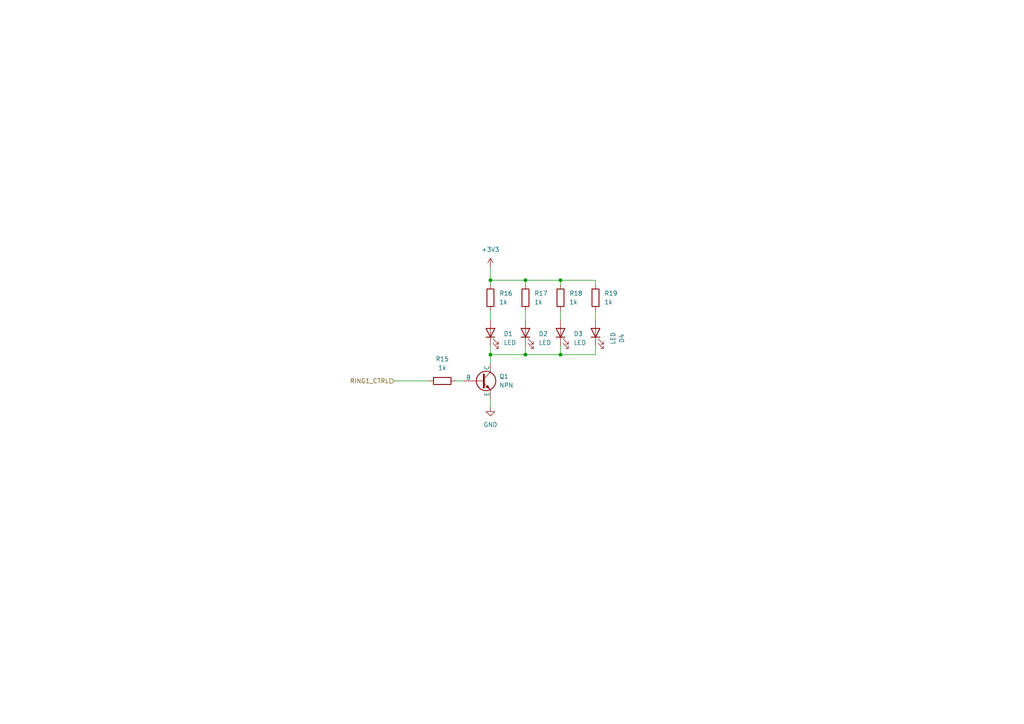
<source format=kicad_sch>
(kicad_sch (version 20231120) (generator "eeschema") (generator_version "8.0")
  (paper "A4")
  (lib_symbols
    (symbol "Device:LED" (pin_numbers hide) (pin_names (offset 1.016) hide)
      (property "Reference" "D" (at 0 2.54 0))
      (property "Value" "LED" (at 0 -2.54 0))
      (symbol "LED_0_1"
        (polyline (pts (xy -1.27 -1.27) (xy -1.27 1.27)) (stroke (width 0.254)))
        (polyline (pts (xy -1.27 0) (xy 1.27 0)))
        (polyline (pts (xy 1.27 -1.27) (xy 1.27 1.27) (xy -1.27 0) (xy 1.27 -1.27)) (stroke (width 0.254)))
        (polyline (pts (xy -3.048 -0.762) (xy -4.572 -2.286) (xy -3.81 -2.286) (xy -4.572 -2.286) (xy -4.572 -1.524)))
        (polyline (pts (xy -1.778 -0.762) (xy -3.302 -2.286) (xy -2.54 -2.286) (xy -3.302 -2.286) (xy -3.302 -1.524)))
      )
      (symbol "LED_1_1"
        (pin passive line (at -3.81 0 0) (length 2.54) (name "K") (number "1"))
        (pin passive line (at 3.81 0 180) (length 2.54) (name "A") (number "2"))
      )
    )
    (symbol "Device:R" (pin_numbers hide) (pin_names (offset 0))
      (property "Reference" "R" (at 2.032 0 90))
      (property "Value" "R" (at 0 0 90))
      (symbol "R_0_1"
        (rectangle (start -1.016 -2.54) (end 1.016 2.54) (stroke (width 0.254)))
      )
      (symbol "R_1_1"
        (pin passive line (at 0 3.81 270) (length 1.27) (name "~") (number "1"))
        (pin passive line (at 0 -3.81 90) (length 1.27) (name "~") (number "2"))
      )
    )
    (symbol "Simulation_SPICE:NPN" (pin_numbers hide) (pin_names (offset 0))
      (property "Reference" "Q" (at -2.54 7.62 0))
      (property "Value" "NPN" (at -2.54 5.08 0))
      (symbol "NPN_0_1"
        (polyline (pts (xy -2.54 0) (xy 0.635 0)) (stroke (width 0.1524)))
        (polyline (pts (xy 0.635 0.635) (xy 2.54 2.54)))
        (polyline (pts (xy 2.794 -1.27) (xy 2.794 -1.27)) (stroke (width 0.1524)))
        (polyline (pts (xy 2.794 -1.27) (xy 2.794 -1.27)) (stroke (width 0.1524)))
        (polyline (pts (xy 0.635 -0.635) (xy 2.54 -2.54) (xy 2.54 -2.54)))
        (polyline (pts (xy 0.635 1.905) (xy 0.635 -1.905) (xy 0.635 -1.905)) (stroke (width 0.508)))
        (polyline (pts (xy 1.27 -1.778) (xy 1.778 -1.27) (xy 2.286 -2.286) (xy 1.27 -1.778) (xy 1.27 -1.778)) (fill (type outline)))
        (circle (center 1.27 0) (radius 2.8194) (stroke (width 0.254)))
      )
      (symbol "NPN_1_1"
        (pin open_collector line (at 2.54 5.08 270) (length 2.54) (name "C") (number "1"))
        (pin input line (at -5.08 0 0) (length 2.54) (name "B") (number "2"))
        (pin open_emitter line (at 2.54 -5.08 90) (length 2.54) (name "E") (number "3"))
      )
    )
    (symbol "power:+3V3" (power) (pin_numbers hide) (pin_names (offset 0) hide)
      (property "Value" "+3V3" (at 0 3.556 0))
      (symbol "+3V3_0_1"
        (polyline (pts (xy -0.762 1.27) (xy 0 2.54)))
        (polyline (pts (xy 0 0) (xy 0 2.54)))
        (polyline (pts (xy 0 2.54) (xy 0.762 1.27)))
      )
      (symbol "+3V3_1_1"
        (pin power_in line (at 0 0 90) (length 0) (name "~") (number "1"))
      )
    )
    (symbol "power:GND" (power) (pin_numbers hide) (pin_names (offset 0) hide)
      (property "Value" "GND" (at 0 -3.81 0))
      (symbol "GND_0_1"
        (polyline (pts (xy 0 0) (xy 0 -1.27) (xy 1.27 -1.27) (xy 0 -2.54) (xy -1.27 -1.27) (xy 0 -1.27)))
      )
      (symbol "GND_1_1"
        (pin power_in line (at 0 0 270) (length 0) (name "~") (number "1"))
      )
    )
  )
  (junction (at 162.56 102.87))
  (junction (at 162.56 81.28))
  (junction (at 152.4 81.28))
  (junction (at 142.24 81.28))
  (junction (at 152.4 102.87))
  (junction (at 142.24 102.87))
  (wire (pts (xy 172.72 90.17) (xy 172.72 92.71)))
  (wire (pts (xy 162.56 81.28) (xy 172.72 81.28)))
  (wire (pts (xy 132.08 110.49) (xy 134.62 110.49)))
  (wire (pts (xy 142.24 81.28) (xy 152.4 81.28)))
  (wire (pts (xy 142.24 115.57) (xy 142.24 118.11)))
  (wire (pts (xy 162.56 90.17) (xy 162.56 92.71)))
  (wire (pts (xy 172.72 81.28) (xy 172.72 82.55)))
  (wire (pts (xy 152.4 102.87) (xy 162.56 102.87)))
  (wire (pts (xy 142.24 81.28) (xy 142.24 82.55)))
  (wire (pts (xy 152.4 81.28) (xy 162.56 81.28)))
  (wire (pts (xy 142.24 102.87) (xy 152.4 102.87)))
  (wire (pts (xy 162.56 81.28) (xy 162.56 82.55)))
  (wire (pts (xy 142.24 102.87) (xy 142.24 105.41)))
  (wire (pts (xy 152.4 90.17) (xy 152.4 92.71)))
  (wire (pts (xy 172.72 102.87) (xy 172.72 100.33)))
  (wire (pts (xy 152.4 100.33) (xy 152.4 102.87)))
  (wire (pts (xy 142.24 77.47) (xy 142.24 81.28)))
  (wire (pts (xy 162.56 102.87) (xy 172.72 102.87)))
  (wire (pts (xy 162.56 100.33) (xy 162.56 102.87)))
  (wire (pts (xy 152.4 81.28) (xy 152.4 82.55)))
  (wire (pts (xy 142.24 90.17) (xy 142.24 92.71)))
  (wire (pts (xy 114.3 110.49) (xy 124.46 110.49)))
  (wire (pts (xy 142.24 100.33) (xy 142.24 102.87)))
  (hierarchical_label "RING1_CTRL" (shape input) (at 114.3 110.49 180))
  (symbol (lib_id "Device:R") (at 172.72 86.36 0) (unit 1)
    (property "Reference" "R19" (at 175.26 85.0899 0) (effects (justify left)))
    (property "Value" "1k" (at 175.26 87.6299 0) (effects (justify left)))
    (property "Footprint" "Resistor_SMD:R_0603_1608Metric" (effects (hide yes)))
    (property "Description" "Resistor" (effects (hide yes)))
  )
  (symbol (lib_id "power:GND") (at 142.24 118.11 0) (unit 1)
    (property "Reference" "#PWR029" (effects (hide yes)))
    (property "Value" "GND" (at 142.24 123.19 0))
    (property "Description" "Power symbol creates a global label with name \"GND\" , ground" (effects (hide yes)))
  )
  (symbol (lib_id "Device:R") (at 162.56 86.36 0) (unit 1)
    (property "Reference" "R18" (at 165.1 85.0899 0) (effects (justify left)))
    (property "Value" "1k" (at 165.1 87.6299 0) (effects (justify left)))
    (property "Footprint" "Resistor_SMD:R_0603_1608Metric" (effects (hide yes)))
    (property "Description" "Resistor" (effects (hide yes)))
  )
  (symbol (lib_id "power:+3V3") (at 142.24 77.47 0) (unit 1)
    (property "Reference" "#PWR037" (effects (hide yes)))
    (property "Value" "+3V3" (at 142.24 72.39 0))
    (property "Description" "Power symbol creates a global label with name \"+3V3\"" (effects (hide yes)))
  )
  (symbol (lib_id "Device:LED") (at 152.4 96.52 90) (unit 1)
    (property "Reference" "D2" (at 156.21 96.8374 90) (effects (justify right)))
    (property "Value" "LED" (at 156.21 99.3774 90) (effects (justify right)))
    (property "Footprint" "LED_SMD:LED_1206_3216Metric" (effects (hide yes)))
    (property "Description" "Light emitting diode" (effects (hide yes)))
  )
  (symbol (lib_id "Device:LED") (at 162.56 96.52 90) (unit 1)
    (property "Reference" "D3" (at 166.37 96.8374 90) (effects (justify right)))
    (property "Value" "LED" (at 166.37 99.3774 90) (effects (justify right)))
    (property "Footprint" "LED_SMD:LED_1206_3216Metric" (effects (hide yes)))
    (property "Description" "Light emitting diode" (effects (hide yes)))
  )
  (symbol (lib_id "Simulation_SPICE:NPN") (at 139.7 110.49 0) (unit 1)
    (property "Reference" "Q1" (at 144.78 109.2199 0) (effects (justify left)))
    (property "Value" "NPN" (at 144.78 111.7599 0) (effects (justify left)))
    (property "Footprint" "Package_TO_SOT_SMD:SOT-323_SC-70" (effects (hide yes)))
    (property "Datasheet" "https://ngspice.sourceforge.io/docs/ngspice-html-manual/manual.xhtml#cha_BJTs" (effects (hide yes)))
    (property "Description" "Bipolar transistor symbol for simulation only, substrate tied to the emitter" (effects (hide yes)))
    (property "Sim.Device" "NPN" (effects (hide yes)))
    (property "Sim.Type" "GUMMELPOON" (effects (hide yes)))
    (property "Sim.Pins" "1=C 2=B 3=E" (effects (hide yes)))
  )
  (symbol (lib_id "Device:R") (at 152.4 86.36 0) (unit 1)
    (property "Reference" "R17" (at 154.94 85.0899 0) (effects (justify left)))
    (property "Value" "1k" (at 154.94 87.6299 0) (effects (justify left)))
    (property "Footprint" "Resistor_SMD:R_0603_1608Metric" (effects (hide yes)))
    (property "Description" "Resistor" (effects (hide yes)))
  )
  (symbol (lib_id "Device:LED") (at 172.72 96.52 90) (unit 1)
    (property "Reference" "D4" (at 180.34 98.1075 0))
    (property "Value" "LED" (at 177.8 98.1075 0))
    (property "Footprint" "LED_SMD:LED_1206_3216Metric" (effects (hide yes)))
    (property "Description" "Light emitting diode" (effects (hide yes)))
  )
  (symbol (lib_id "Device:R") (at 128.27 110.49 90) (unit 1)
    (property "Reference" "R15" (at 128.27 104.14 90))
    (property "Value" "1k" (at 128.27 106.68 90))
    (property "Footprint" "Resistor_SMD:R_0603_1608Metric" (effects (hide yes)))
    (property "Description" "Resistor" (effects (hide yes)))
  )
  (symbol (lib_id "Device:LED") (at 142.24 96.52 90) (unit 1)
    (property "Reference" "D1" (at 146.05 96.8374 90) (effects (justify right)))
    (property "Value" "LED" (at 146.05 99.3774 90) (effects (justify right)))
    (property "Footprint" "LED_SMD:LED_1206_3216Metric" (effects (hide yes)))
    (property "Description" "Light emitting diode" (effects (hide yes)))
  )
  (symbol (lib_id "Device:R") (at 142.24 86.36 0) (unit 1)
    (property "Reference" "R16" (at 144.78 85.0899 0) (effects (justify left)))
    (property "Value" "1k" (at 144.78 87.6299 0) (effects (justify left)))
    (property "Footprint" "Resistor_SMD:R_0603_1608Metric" (effects (hide yes)))
    (property "Description" "Resistor" (effects (hide yes)))
  )
)
</source>
